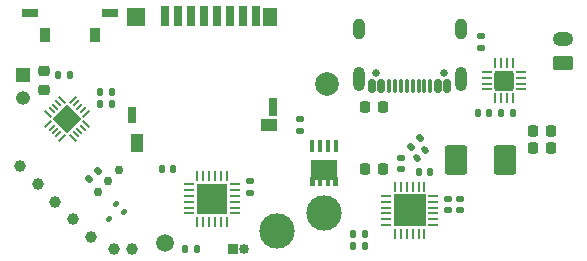
<source format=gbr>
%TF.GenerationSoftware,KiCad,Pcbnew,9.0.6-9.0.6~ubuntu25.04.1*%
%TF.CreationDate,2025-12-27T12:18:54+10:00*%
%TF.ProjectId,Stormbreaker,53746f72-6d62-4726-9561-6b65722e6b69,rev?*%
%TF.SameCoordinates,Original*%
%TF.FileFunction,Soldermask,Top*%
%TF.FilePolarity,Negative*%
%FSLAX46Y46*%
G04 Gerber Fmt 4.6, Leading zero omitted, Abs format (unit mm)*
G04 Created by KiCad (PCBNEW 9.0.6-9.0.6~ubuntu25.04.1) date 2025-12-27 12:18:54*
%MOMM*%
%LPD*%
G01*
G04 APERTURE LIST*
G04 Aperture macros list*
%AMRoundRect*
0 Rectangle with rounded corners*
0 $1 Rounding radius*
0 $2 $3 $4 $5 $6 $7 $8 $9 X,Y pos of 4 corners*
0 Add a 4 corners polygon primitive as box body*
4,1,4,$2,$3,$4,$5,$6,$7,$8,$9,$2,$3,0*
0 Add four circle primitives for the rounded corners*
1,1,$1+$1,$2,$3*
1,1,$1+$1,$4,$5*
1,1,$1+$1,$6,$7*
1,1,$1+$1,$8,$9*
0 Add four rect primitives between the rounded corners*
20,1,$1+$1,$2,$3,$4,$5,0*
20,1,$1+$1,$4,$5,$6,$7,0*
20,1,$1+$1,$6,$7,$8,$9,0*
20,1,$1+$1,$8,$9,$2,$3,0*%
%AMRotRect*
0 Rectangle, with rotation*
0 The origin of the aperture is its center*
0 $1 length*
0 $2 width*
0 $3 Rotation angle, in degrees counterclockwise*
0 Add horizontal line*
21,1,$1,$2,0,0,$3*%
%AMFreePoly0*
4,1,14,0.334644,0.085355,0.385355,0.034644,0.400000,-0.000711,0.400000,-0.050000,0.385355,-0.085355,0.350000,-0.100000,-0.350000,-0.100000,-0.385355,-0.085355,-0.400000,-0.050000,-0.400000,0.050000,-0.385355,0.085355,-0.350000,0.100000,0.299289,0.100000,0.334644,0.085355,0.334644,0.085355,$1*%
%AMFreePoly1*
4,1,14,0.385355,0.085355,0.400000,0.050000,0.400000,0.000711,0.385355,-0.034644,0.334644,-0.085355,0.299289,-0.100000,-0.350000,-0.100000,-0.385355,-0.085355,-0.400000,-0.050000,-0.400000,0.050000,-0.385355,0.085355,-0.350000,0.100000,0.350000,0.100000,0.385355,0.085355,0.385355,0.085355,$1*%
%AMFreePoly2*
4,1,14,0.085355,0.385355,0.100000,0.350000,0.100000,-0.350000,0.085355,-0.385355,0.050000,-0.400000,-0.050000,-0.400000,-0.085355,-0.385355,-0.100000,-0.350000,-0.100000,0.299289,-0.085355,0.334644,-0.034644,0.385355,0.000711,0.400000,0.050000,0.400000,0.085355,0.385355,0.085355,0.385355,$1*%
%AMFreePoly3*
4,1,14,0.034644,0.385355,0.085355,0.334644,0.100000,0.299289,0.100000,-0.350000,0.085355,-0.385355,0.050000,-0.400000,-0.050000,-0.400000,-0.085355,-0.385355,-0.100000,-0.350000,-0.100000,0.350000,-0.085355,0.385355,-0.050000,0.400000,-0.000711,0.400000,0.034644,0.385355,0.034644,0.385355,$1*%
%AMFreePoly4*
4,1,14,0.385355,0.085355,0.400000,0.050000,0.400000,-0.050000,0.385355,-0.085355,0.350000,-0.100000,-0.299289,-0.100000,-0.334644,-0.085355,-0.385355,-0.034644,-0.400000,0.000711,-0.400000,0.050000,-0.385355,0.085355,-0.350000,0.100000,0.350000,0.100000,0.385355,0.085355,0.385355,0.085355,$1*%
%AMFreePoly5*
4,1,14,0.385355,0.085355,0.400000,0.050000,0.400000,-0.050000,0.385355,-0.085355,0.350000,-0.100000,-0.350000,-0.100000,-0.385355,-0.085355,-0.400000,-0.050000,-0.400000,-0.000711,-0.385355,0.034644,-0.334644,0.085355,-0.299289,0.100000,0.350000,0.100000,0.385355,0.085355,0.385355,0.085355,$1*%
%AMFreePoly6*
4,1,14,0.085355,0.385355,0.100000,0.350000,0.100000,-0.299289,0.085355,-0.334644,0.034644,-0.385355,-0.000711,-0.400000,-0.050000,-0.400000,-0.085355,-0.385355,-0.100000,-0.350000,-0.100000,0.350000,-0.085355,0.385355,-0.050000,0.400000,0.050000,0.400000,0.085355,0.385355,0.085355,0.385355,$1*%
%AMFreePoly7*
4,1,14,0.085355,0.385355,0.100000,0.350000,0.100000,-0.350000,0.085355,-0.385355,0.050000,-0.400000,0.000711,-0.400000,-0.034644,-0.385355,-0.085355,-0.334644,-0.100000,-0.299289,-0.100000,0.350000,-0.085355,0.385355,-0.050000,0.400000,0.050000,0.400000,0.085355,0.385355,0.085355,0.385355,$1*%
%AMFreePoly8*
4,1,21,1.372500,0.787500,0.862500,0.787500,0.862500,0.532500,1.372500,0.532500,1.372500,0.127500,0.862500,0.127500,0.862500,-0.127500,1.372500,-0.127500,1.372500,-0.532500,0.862500,-0.532500,0.862500,-0.787500,1.372500,-0.787500,1.372500,-1.195000,0.612500,-1.195000,0.612500,-1.117500,-0.862500,-1.117500,-0.862500,1.117500,0.612500,1.117500,0.612500,1.195000,1.372500,1.195000,
1.372500,0.787500,1.372500,0.787500,$1*%
G04 Aperture macros list end*
%ADD10C,3.000000*%
%ADD11C,1.000000*%
%ADD12RoundRect,0.225000X0.250000X-0.225000X0.250000X0.225000X-0.250000X0.225000X-0.250000X-0.225000X0*%
%ADD13RoundRect,0.140000X0.170000X-0.140000X0.170000X0.140000X-0.170000X0.140000X-0.170000X-0.140000X0*%
%ADD14RoundRect,0.062500X-0.350000X-0.062500X0.350000X-0.062500X0.350000X0.062500X-0.350000X0.062500X0*%
%ADD15RoundRect,0.062500X-0.062500X-0.350000X0.062500X-0.350000X0.062500X0.350000X-0.062500X0.350000X0*%
%ADD16R,2.700000X2.700000*%
%ADD17RoundRect,0.135000X-0.135000X-0.185000X0.135000X-0.185000X0.135000X0.185000X-0.135000X0.185000X0*%
%ADD18FreePoly0,315.000000*%
%ADD19RoundRect,0.050000X-0.282843X0.212132X0.212132X-0.282843X0.282843X-0.212132X-0.212132X0.282843X0*%
%ADD20FreePoly1,315.000000*%
%ADD21FreePoly2,315.000000*%
%ADD22RoundRect,0.050000X-0.282843X-0.212132X-0.212132X-0.282843X0.282843X0.212132X0.212132X0.282843X0*%
%ADD23FreePoly3,315.000000*%
%ADD24FreePoly4,315.000000*%
%ADD25FreePoly5,315.000000*%
%ADD26FreePoly6,315.000000*%
%ADD27FreePoly7,315.000000*%
%ADD28RotRect,1.700000X1.700000X315.000000*%
%ADD29RoundRect,0.140000X-0.021213X0.219203X-0.219203X0.021213X0.021213X-0.219203X0.219203X-0.021213X0*%
%ADD30RoundRect,0.250000X-0.700000X-1.000000X0.700000X-1.000000X0.700000X1.000000X-0.700000X1.000000X0*%
%ADD31RoundRect,0.140000X-0.140000X-0.170000X0.140000X-0.170000X0.140000X0.170000X-0.140000X0.170000X0*%
%ADD32RoundRect,0.140000X-0.170000X0.140000X-0.170000X-0.140000X0.170000X-0.140000X0.170000X0.140000X0*%
%ADD33RoundRect,0.062500X-0.375000X-0.062500X0.375000X-0.062500X0.375000X0.062500X-0.375000X0.062500X0*%
%ADD34RoundRect,0.062500X-0.062500X-0.375000X0.062500X-0.375000X0.062500X0.375000X-0.062500X0.375000X0*%
%ADD35R,2.500000X2.500000*%
%ADD36RoundRect,0.225000X0.225000X0.250000X-0.225000X0.250000X-0.225000X-0.250000X0.225000X-0.250000X0*%
%ADD37C,0.750000*%
%ADD38C,0.650000*%
%ADD39RoundRect,0.150000X0.150000X0.425000X-0.150000X0.425000X-0.150000X-0.425000X0.150000X-0.425000X0*%
%ADD40RoundRect,0.075000X0.075000X0.500000X-0.075000X0.500000X-0.075000X-0.500000X0.075000X-0.500000X0*%
%ADD41O,1.000000X2.100000*%
%ADD42O,1.000000X1.800000*%
%ADD43RoundRect,0.250000X0.625000X-0.350000X0.625000X0.350000X-0.625000X0.350000X-0.625000X-0.350000X0*%
%ADD44O,1.750000X1.200000*%
%ADD45RoundRect,0.100000X-0.038891X-0.180312X0.180312X0.038891X0.038891X0.180312X-0.180312X-0.038891X0*%
%ADD46R,0.405000X0.990000*%
%ADD47FreePoly8,270.000000*%
%ADD48R,0.700000X1.750000*%
%ADD49R,1.450000X1.000000*%
%ADD50R,1.000000X1.550000*%
%ADD51R,0.800000X1.500000*%
%ADD52R,1.300000X1.500000*%
%ADD53R,1.500000X1.500000*%
%ADD54R,0.800000X1.400000*%
%ADD55RoundRect,0.135000X0.185000X-0.135000X0.185000X0.135000X-0.185000X0.135000X-0.185000X-0.135000X0*%
%ADD56R,0.850000X0.850000*%
%ADD57C,0.850000*%
%ADD58R,0.900000X1.270000*%
%ADD59R,1.450000X0.800000*%
%ADD60RoundRect,0.135000X-0.035355X0.226274X-0.226274X0.035355X0.035355X-0.226274X0.226274X-0.035355X0*%
%ADD61R,1.200000X1.200000*%
%ADD62O,1.200000X1.200000*%
%ADD63RoundRect,0.135000X0.135000X0.185000X-0.135000X0.185000X-0.135000X-0.185000X0.135000X-0.185000X0*%
%ADD64C,1.500000*%
%ADD65RoundRect,0.140000X0.140000X0.170000X-0.140000X0.170000X-0.140000X-0.170000X0.140000X-0.170000X0*%
%ADD66RoundRect,0.062500X-0.337500X-0.062500X0.337500X-0.062500X0.337500X0.062500X-0.337500X0.062500X0*%
%ADD67RoundRect,0.062500X-0.062500X-0.337500X0.062500X-0.337500X0.062500X0.337500X-0.062500X0.337500X0*%
%ADD68RoundRect,0.250000X-0.600000X-0.600000X0.600000X-0.600000X0.600000X0.600000X-0.600000X0.600000X0*%
%ADD69C,2.000000*%
G04 APERTURE END LIST*
D10*
%TO.C,TP9*%
X136750000Y-60250000D03*
%TD*%
D11*
%TO.C,TP4*%
X121000000Y-60750000D03*
%TD*%
D12*
%TO.C,C13*%
X117000000Y-48275000D03*
X117000000Y-46725000D03*
%TD*%
D11*
%TO.C,TP1*%
X124500000Y-61750000D03*
%TD*%
D13*
%TO.C,C5*%
X151250000Y-58480000D03*
X151250000Y-57520000D03*
%TD*%
D14*
%TO.C,U1*%
X146037500Y-57250000D03*
X146037500Y-57750000D03*
X146037500Y-58250000D03*
X146037500Y-58750000D03*
X146037500Y-59250000D03*
X146037500Y-59750000D03*
D15*
X146750000Y-60462500D03*
X147250000Y-60462500D03*
X147750000Y-60462500D03*
X148250000Y-60462500D03*
X148750000Y-60462500D03*
X149250000Y-60462500D03*
D14*
X149962500Y-59750000D03*
X149962500Y-59250000D03*
X149962500Y-58750000D03*
X149962500Y-58250000D03*
X149962500Y-57750000D03*
X149962500Y-57250000D03*
D15*
X149250000Y-56537500D03*
X148750000Y-56537500D03*
X148250000Y-56537500D03*
X147750000Y-56537500D03*
X147250000Y-56537500D03*
X146750000Y-56537500D03*
D16*
X148000000Y-58500000D03*
%TD*%
D17*
%TO.C,R9*%
X121740000Y-49500000D03*
X122760000Y-49500000D03*
%TD*%
D18*
%TO.C,U3*%
X118540381Y-49159010D03*
D19*
X118257538Y-49441852D03*
X117974695Y-49724695D03*
X117691852Y-50007538D03*
D20*
X117409010Y-50290381D03*
D21*
X117409010Y-51209619D03*
D22*
X117691852Y-51492462D03*
X117974695Y-51775305D03*
X118257538Y-52058148D03*
D23*
X118540381Y-52340990D03*
D24*
X119459619Y-52340990D03*
D19*
X119742462Y-52058148D03*
X120025305Y-51775305D03*
X120308148Y-51492462D03*
D25*
X120590990Y-51209619D03*
D26*
X120590990Y-50290381D03*
D22*
X120308148Y-50007538D03*
X120025305Y-49724695D03*
X119742462Y-49441852D03*
D27*
X119459619Y-49159010D03*
D28*
X119000000Y-50750000D03*
%TD*%
D29*
%TO.C,C4*%
X149339411Y-53410589D03*
X148660589Y-54089411D03*
%TD*%
D11*
%TO.C,TP7*%
X118000000Y-57750000D03*
%TD*%
D30*
%TO.C,L1*%
X151950000Y-54250000D03*
X156050000Y-54250000D03*
%TD*%
D31*
%TO.C,C9*%
X129020000Y-61750000D03*
X129980000Y-61750000D03*
%TD*%
D11*
%TO.C,TP10*%
X115000000Y-54750000D03*
%TD*%
%TO.C,TP2*%
X123000000Y-61750000D03*
%TD*%
D17*
%TO.C,R10*%
X121740000Y-48500000D03*
X122760000Y-48500000D03*
%TD*%
D32*
%TO.C,C7*%
X147250000Y-54020000D03*
X147250000Y-54980000D03*
%TD*%
D13*
%TO.C,C12*%
X134500000Y-56980000D03*
X134500000Y-56020000D03*
%TD*%
D17*
%TO.C,R1*%
X143240000Y-60500000D03*
X144260000Y-60500000D03*
%TD*%
D33*
%TO.C,U2*%
X129312500Y-56250000D03*
X129312500Y-56750000D03*
X129312500Y-57250000D03*
X129312500Y-57750000D03*
X129312500Y-58250000D03*
X129312500Y-58750000D03*
D34*
X130000000Y-59437500D03*
X130500000Y-59437500D03*
X131000000Y-59437500D03*
X131500000Y-59437500D03*
X132000000Y-59437500D03*
X132500000Y-59437500D03*
D33*
X133187500Y-58750000D03*
X133187500Y-58250000D03*
X133187500Y-57750000D03*
X133187500Y-57250000D03*
X133187500Y-56750000D03*
X133187500Y-56250000D03*
D34*
X132500000Y-55562500D03*
X132000000Y-55562500D03*
X131500000Y-55562500D03*
X131000000Y-55562500D03*
X130500000Y-55562500D03*
X130000000Y-55562500D03*
D35*
X131250000Y-57500000D03*
%TD*%
D13*
%TO.C,C6*%
X152250000Y-58480000D03*
X152250000Y-57520000D03*
%TD*%
D36*
%TO.C,C2*%
X160000000Y-51750000D03*
X158450000Y-51750000D03*
%TD*%
D37*
%TO.C,J3*%
X121601974Y-56898026D03*
X122500000Y-56000000D03*
X123398026Y-55101974D03*
%TD*%
D38*
%TO.C,J2*%
X150890000Y-46855000D03*
X145110000Y-46855000D03*
D39*
X151200000Y-47930000D03*
X150400000Y-47930000D03*
D40*
X149250000Y-47930000D03*
X148250000Y-47930000D03*
X147750000Y-47930000D03*
X146750000Y-47930000D03*
D39*
X145600000Y-47930000D03*
X144800000Y-47930000D03*
X144800000Y-47930000D03*
X145600000Y-47930000D03*
D40*
X146250000Y-47930000D03*
X147250000Y-47930000D03*
X148750000Y-47930000D03*
X149750000Y-47930000D03*
D39*
X150400000Y-47930000D03*
X151200000Y-47930000D03*
D41*
X152320000Y-47355000D03*
D42*
X152320000Y-43175000D03*
D41*
X143680000Y-47355000D03*
D42*
X143680000Y-43175000D03*
%TD*%
D36*
%TO.C,C1*%
X145775000Y-55000000D03*
X144225000Y-55000000D03*
%TD*%
D43*
%TO.C,BT2*%
X161000000Y-46000000D03*
D44*
X161000000Y-44000000D03*
%TD*%
D11*
%TO.C,TP6*%
X119500000Y-59250000D03*
%TD*%
D45*
%TO.C,Q2*%
X123809637Y-58647470D03*
X123102530Y-57940363D03*
X122543916Y-59206084D03*
%TD*%
D46*
%TO.C,Q1*%
X141740000Y-53065000D03*
X141080000Y-53065000D03*
X140420000Y-53065000D03*
X139760000Y-53065000D03*
D47*
X140750000Y-55057500D03*
%TD*%
D36*
%TO.C,C14*%
X145775000Y-49750000D03*
X144225000Y-49750000D03*
%TD*%
D48*
%TO.C,J1*%
X127305000Y-42025000D03*
X128405000Y-42025000D03*
X129505000Y-42025000D03*
X130605000Y-42025000D03*
X131705000Y-42025000D03*
X132805000Y-42025000D03*
X133905000Y-42025000D03*
X135005000Y-42025000D03*
D49*
X136130000Y-51250000D03*
D50*
X124905000Y-52825000D03*
D51*
X136455000Y-49750000D03*
D52*
X136205000Y-42150000D03*
D53*
X124855000Y-42150000D03*
D54*
X124505000Y-50400000D03*
%TD*%
D55*
%TO.C,R11*%
X154000000Y-44760000D03*
X154000000Y-43740000D03*
%TD*%
D56*
%TO.C,J5*%
X133000000Y-61750000D03*
D57*
X134000000Y-61750000D03*
%TD*%
D11*
%TO.C,TP11*%
X116500000Y-56250000D03*
%TD*%
D58*
%TO.C,SW1*%
X117150000Y-43635000D03*
X121350000Y-43635000D03*
D59*
X122625000Y-41750000D03*
X115875000Y-41750000D03*
%TD*%
D17*
%TO.C,R2*%
X143240001Y-61500000D03*
X144259999Y-61500000D03*
%TD*%
D31*
%TO.C,C15*%
X153770000Y-50250707D03*
X154730000Y-50250707D03*
%TD*%
D60*
%TO.C,R7*%
X121610624Y-55139376D03*
X120889376Y-55860624D03*
%TD*%
D61*
%TO.C,BT1*%
X115250000Y-47000000D03*
D62*
X115250000Y-49000000D03*
%TD*%
D63*
%TO.C,R6*%
X156760000Y-50251000D03*
X155740000Y-50251000D03*
%TD*%
D36*
%TO.C,C16*%
X160000000Y-53250000D03*
X158450000Y-53250000D03*
%TD*%
D10*
%TO.C,TP5*%
X140750000Y-58750000D03*
%TD*%
D55*
%TO.C,R8*%
X138750000Y-51770000D03*
X138750000Y-50750000D03*
%TD*%
D64*
%TO.C,TP3*%
X127250000Y-61250000D03*
%TD*%
D17*
%TO.C,R5*%
X118240000Y-47000000D03*
X119260000Y-47000000D03*
%TD*%
D60*
%TO.C,R3*%
X148860624Y-52389376D03*
X148139376Y-53110624D03*
%TD*%
D65*
%TO.C,C8*%
X128000000Y-55000000D03*
X127040000Y-55000000D03*
%TD*%
D66*
%TO.C,U4*%
X154550000Y-46750000D03*
X154550000Y-47250000D03*
X154550000Y-47750000D03*
X154550000Y-48250000D03*
D67*
X155250000Y-48950000D03*
X155750000Y-48950000D03*
X156250000Y-48950000D03*
X156750000Y-48950000D03*
D66*
X157450000Y-48250000D03*
X157450000Y-47750000D03*
X157450000Y-47250000D03*
X157450000Y-46750000D03*
D67*
X156750000Y-46050000D03*
X156250000Y-46050000D03*
X155750000Y-46050000D03*
X155250000Y-46050000D03*
D68*
X156000000Y-47500000D03*
%TD*%
D69*
%TO.C,TP8*%
X141000000Y-47750000D03*
%TD*%
D65*
%TO.C,C3*%
X149710000Y-55250000D03*
X148750000Y-55250000D03*
%TD*%
M02*

</source>
